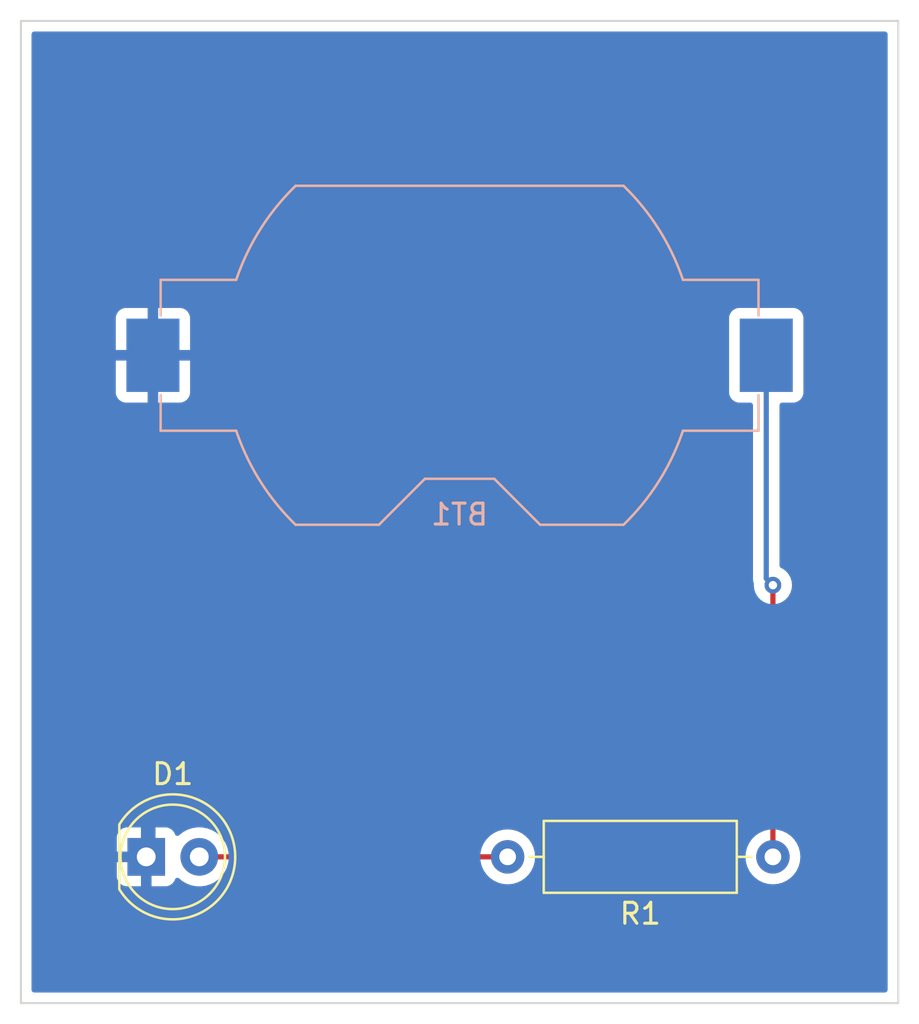
<source format=kicad_pcb>
(kicad_pcb (version 20211014) (generator pcbnew)
  (title_block (title "KiCad Hello World") (date "2022-08-30") (rev "0"))
  (layers (0 "F.Cu" signal) (31 "B.Cu" signal) (34 "B.Paste" user) (35 "F.Paste" user) (36 "B.SilkS" user "B.Silkscreen") (37 "F.SilkS" user "F.Silkscreen") (38 "B.Mask" user) (39 "F.Mask" user) (44 "Edge.Cuts" user))
  (net 0 "")
  (net 1 "VCC")
  (net 2 "GND")
  (net 3 "/led")
  (footprint "Resistor_THT:R_Axial_DIN0309_L9.0mm_D3.2mm_P12.70mm_Horizontal" (layer "F.Cu") (at 150 114 180)
    (fp_text reference "R1" (at 6.35 -2.72) (layer "F.SilkS"))
    (fp_text value "1k")
    (fp_line (start 10.97 1.72) (end 10.97 -1.72) (layer "F.SilkS") (width 0.12))
    (fp_line (start 1.73 1.72) (end 10.97 1.72) (layer "F.SilkS") (width 0.12))
    (fp_line (start 1.04 0) (end 1.73 0) (layer "F.SilkS") (width 0.12))
    (fp_line (start 1.73 -1.72) (end 1.73 1.72) (layer "F.SilkS") (width 0.12))
    (fp_line (start 10.97 -1.72) (end 1.73 -1.72) (layer "F.SilkS") (width 0.12))
    (fp_line (start 11.66 0) (end 10.97 0) (layer "F.SilkS") (width 0.12))
    (pad "1" thru_hole circle (at 0 0 180) (size 1.6 1.6) (drill 0.8) (layers *.Cu *.Mask) (net 1 "VCC"))
    (pad "2" thru_hole oval (at 12.7 0 180) (size 1.6 1.6) (drill 0.8) (layers *.Cu *.Mask) (net 3 "/led"))
  )
  (footprint "LED_THT:LED_D5.0mm" (layer "F.Cu") (at 120 114)
    (fp_text reference "D1" (at 1.27 -3.96) (layer "F.SilkS"))
    (fp_text value "red")
    (fp_line (start -1.29 -1.545) (end -1.29 1.545) (layer "F.SilkS") (width 0.12))
    (fp_arc (start -1.29 -1.54483) (mid 2.072002 -2.880433) (end 4.26 0.000462) (layer "F.SilkS") (width 0.12))
    (fp_arc (start 4.26 -0.000462) (mid 2.072002 2.880433) (end -1.29 1.54483) (layer "F.SilkS") (width 0.12))
    (fp_circle (center 1.27 0) (end 3.77 0) (layer "F.SilkS") (width 0.12) (fill none))
    (pad "1" thru_hole rect (at 0 0) (size 1.8 1.8) (drill 0.9) (layers *.Cu *.Mask) (net 2 "GND"))
    (pad "2" thru_hole circle (at 2.54 0) (size 1.8 1.8) (drill 0.9) (layers *.Cu *.Mask) (net 3 "/led"))
  )
  (footprint "Battery:BatteryHolder_Keystone_1058_1x2032" (layer "B.Cu") (at 135 90 180)
    (fp_text reference "BT1" (at 0 -7.62) (layer "B.SilkS") (effects (justify mirror)))
    (fp_text value "3V")
    (fp_line (start 1.66 -5.91) (end 3.86 -8.11) (layer "B.SilkS") (width 0.12))
    (fp_line (start 7.8473 -8.11) (end 3.86 -8.11) (layer "B.SilkS") (width 0.12))
    (fp_line (start -1.66 -5.91) (end -3.86 -8.11) (layer "B.SilkS") (width 0.12))
    (fp_line (start -7.8473 8.11) (end 7.8473 8.11) (layer "B.SilkS") (width 0.12))
    (fp_line (start -10.692 -3.61) (end -14.31 -3.61) (layer "B.SilkS") (width 0.12))
    (fp_line (start -3.86 -8.11) (end -7.8473 -8.11) (layer "B.SilkS") (width 0.12))
    (fp_line (start -14.31 1.9) (end -14.31 3.61) (layer "B.SilkS") (width 0.12))
    (fp_line (start 14.31 -1.9) (end 14.31 -3.61) (layer "B.SilkS") (width 0.12))
    (fp_line (start -14.31 -1.9) (end -14.31 -3.61) (layer "B.SilkS") (width 0.12))
    (fp_line (start 14.31 1.9) (end 14.31 3.61) (layer "B.SilkS") (width 0.12))
    (fp_line (start 1.66 -5.91) (end -1.66 -5.91) (layer "B.SilkS") (width 0.12))
    (fp_line (start 10.692 3.61) (end 14.31 3.61) (layer "B.SilkS") (width 0.12))
    (fp_line (start -14.31 3.61) (end -10.692 3.61) (layer "B.SilkS") (width 0.12))
    (fp_line (start 14.31 -3.61) (end 10.692 -3.61) (layer "B.SilkS") (width 0.12))
    (fp_arc (start -7.845371 8.111789) (mid -9.538084 6.031244) (end -10.692 3.61) (layer "B.SilkS") (width 0.12))
    (fp_arc (start 10.692 3.61) (mid 9.538084 6.031244) (end 7.845371 8.111789) (layer "B.SilkS") (width 0.12))
    (fp_arc (start -10.692 -3.61) (mid -9.538085 -6.031245) (end -7.845371 -8.111789) (layer "B.SilkS") (width 0.12))
    (fp_arc (start 7.845371 -8.111789) (mid 9.538084 -6.031244) (end 10.692 -3.61) (layer "B.SilkS") (width 0.12))
    (pad "1" smd rect (at -14.68 0 180) (size 2.54 3.51) (layers "B.Cu" "B.Paste" "B.Mask") (net 1 "VCC"))
    (pad "2" smd rect (at 14.68 0 180) (size 2.54 3.51) (layers "B.Cu" "B.Paste" "B.Mask") (net 2 "GND"))
  )
  (gr_rect (start 156 74) (end 114 121) (layer "Edge.Cuts") (width 0.1) (fill none))
  (segment (start 150 101) (end 150 114) (width 0.25) (layer "F.Cu") (net 1))
  (via (at 150 101) (size 0.8) (drill 0.4) (layers "F.Cu" "B.Cu") (net 1))
  (segment (start 149.68 100.68) (end 150 101) (width 0.25) (layer "B.Cu") (net 1))
  (segment (start 149.68 90) (end 149.68 100.68) (width 0.25) (layer "B.Cu") (net 1))
  (segment (start 120.32 90) (end 120.32 113.68) (width 0.25) (layer "B.Cu") (net 2))
  (segment (start 120.32 113.68) (end 120 114) (width 0.25) (layer "B.Cu") (net 2))
  (segment (start 137.3 114) (end 122.54 114) (width 0.25) (layer "F.Cu") (net 3))
  (zone (net 2) (net_name "GND") (layer "B.Cu") (connect_pads (clearance 0.508)) (min_thickness 0.254) (fill yes (thermal_gap 0.508) (thermal_bridge_width 0.508))
    (polygon (pts (xy 157 122) (xy 113 122) (xy 113 73) (xy 157 73)))
  )
)
</source>
